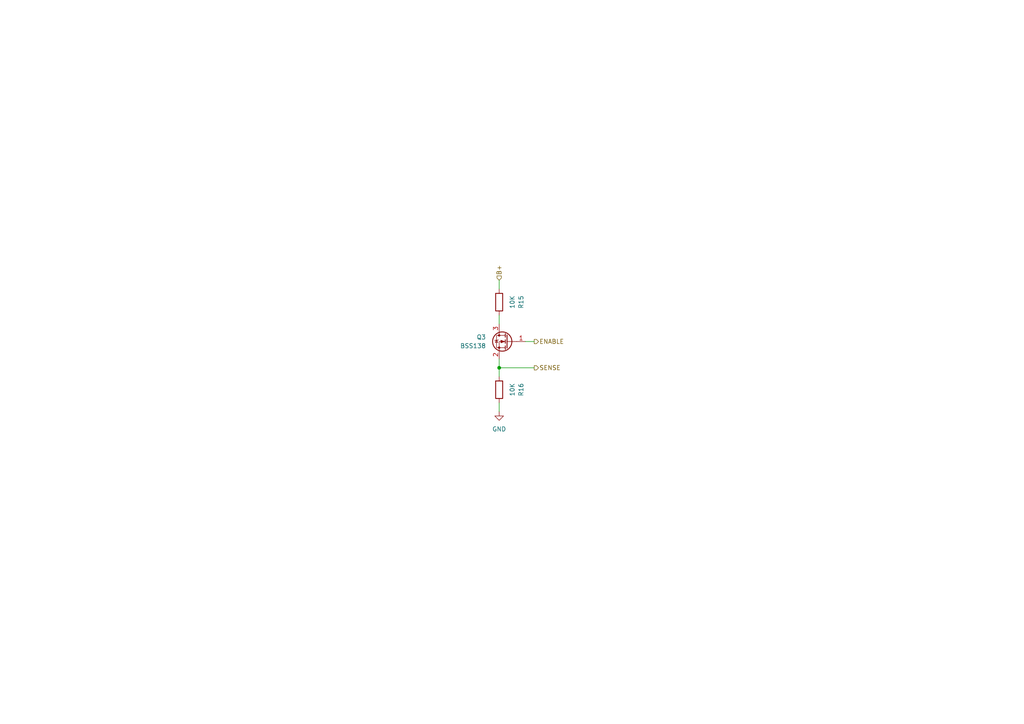
<source format=kicad_sch>
(kicad_sch (version 20231120) (generator "eeschema") (generator_version "8.0")
  (paper "A4")
  (lib_symbols
    (symbol "Device:R" (pin_numbers hide) (pin_names (offset 0))
      (property "Reference" "R" (at 2.032 0 90))
      (property "Value" "R" (at 0 0 90))
      (symbol "R_0_1"
        (rectangle (start -1.016 -2.54) (end 1.016 2.54) (stroke (width 0.254)))
      )
      (symbol "R_1_1"
        (pin passive line (at 0 3.81 270) (length 1.27) (name "~") (number "1"))
        (pin passive line (at 0 -3.81 90) (length 1.27) (name "~") (number "2"))
      )
    )
    (symbol "Transistor_FET:BSS138" (pin_names hide)
      (property "Reference" "Q" (at 5.08 1.905 0))
      (property "Value" "BSS138" (at 5.08 0 0))
      (symbol "BSS138_0_1"
        (polyline (pts (xy 0.254 0) (xy -2.54 0)))
        (polyline (pts (xy 0.254 1.905) (xy 0.254 -1.905)) (stroke (width 0.254)))
        (polyline (pts (xy 0.762 -1.27) (xy 0.762 -2.286)) (stroke (width 0.254)))
        (polyline (pts (xy 0.762 0.508) (xy 0.762 -0.508)) (stroke (width 0.254)))
        (polyline (pts (xy 0.762 2.286) (xy 0.762 1.27)) (stroke (width 0.254)))
        (polyline (pts (xy 2.54 2.54) (xy 2.54 1.778)))
        (polyline (pts (xy 2.54 -2.54) (xy 2.54 0) (xy 0.762 0)))
        (polyline (pts (xy 0.762 -1.778) (xy 3.302 -1.778) (xy 3.302 1.778) (xy 0.762 1.778)))
        (polyline (pts (xy 1.016 0) (xy 2.032 0.381) (xy 2.032 -0.381) (xy 1.016 0)) (fill (type outline)))
        (polyline (pts (xy 2.794 0.508) (xy 2.921 0.381) (xy 3.683 0.381) (xy 3.81 0.254)))
        (polyline (pts (xy 3.302 0.381) (xy 2.921 -0.254) (xy 3.683 -0.254) (xy 3.302 0.381)))
        (circle (center 1.651 0) (radius 2.794) (stroke (width 0.254)))
        (circle (center 2.54 -1.778) (radius 0.254) (fill (type outline)))
        (circle (center 2.54 1.778) (radius 0.254) (fill (type outline)))
      )
      (symbol "BSS138_1_1"
        (pin input line (at -5.08 0 0) (length 2.54) (name "G") (number "1"))
        (pin passive line (at 2.54 -5.08 90) (length 2.54) (name "S") (number "2"))
        (pin passive line (at 2.54 5.08 270) (length 2.54) (name "D") (number "3"))
      )
    )
    (symbol "power:GND" (power) (pin_numbers hide) (pin_names (offset 0) hide)
      (property "Value" "GND" (at 0 -3.81 0))
      (symbol "GND_0_1"
        (polyline (pts (xy 0 0) (xy 0 -1.27) (xy 1.27 -1.27) (xy 0 -2.54) (xy -1.27 -1.27) (xy 0 -1.27)))
      )
      (symbol "GND_1_1"
        (pin power_in line (at 0 0 270) (length 0) (name "~") (number "1"))
      )
    )
  )
  (junction (at 144.78 106.68))
  (wire (pts (xy 144.78 91.44) (xy 144.78 93.98)))
  (wire (pts (xy 144.78 81.28) (xy 144.78 83.82)))
  (wire (pts (xy 144.78 106.68) (xy 144.78 109.22)))
  (wire (pts (xy 144.78 106.68) (xy 154.94 106.68)))
  (wire (pts (xy 144.78 119.38) (xy 144.78 116.84)))
  (wire (pts (xy 152.4 99.06) (xy 154.94 99.06)))
  (wire (pts (xy 144.78 104.14) (xy 144.78 106.68)))
  (hierarchical_label "ENABLE" (shape output) (at 154.94 99.06 0))
  (hierarchical_label "B+" (shape input) (at 144.78 81.28 90))
  (hierarchical_label "SENSE" (shape output) (at 154.94 106.68 0))
  (symbol (lib_id "Transistor_FET:BSS138") (at 147.32 99.06 0) (mirror y) (unit 1)
    (property "Reference" "Q3" (at 140.97 97.7899 0) (effects (justify left)))
    (property "Value" "BSS138" (at 140.97 100.3299 0) (effects (justify left)))
    (property "Footprint" "Package_TO_SOT_SMD:SOT-23" (effects (hide yes)))
    (property "Datasheet" "https://www.onsemi.com/pub/Collateral/BSS138-D.PDF" (effects (hide yes)))
    (property "Description" "50V Vds, 0.22A Id, N-Channel MOSFET, SOT-23" (effects (hide yes)))
    (property "LCSC Part" "C7420339" (effects (hide yes)))
    (property "JLCPCB_CORRECTION" "0; 0; 180" (effects (hide yes)))
  )
  (symbol (lib_id "Device:R") (at 144.78 87.63 0) (mirror y) (unit 1)
    (property "Reference" "R15" (at 151.13 87.63 90))
    (property "Value" "10K" (at 148.59 87.63 90))
    (property "Footprint" "Resistor_SMD:R_0402_1005Metric" (effects (hide yes)))
    (property "Description" "Resistor" (effects (hide yes)))
    (property "LCSC Part" "C25744" (effects (hide yes)))
  )
  (symbol (lib_id "Device:R") (at 144.78 113.03 0) (mirror y) (unit 1)
    (property "Reference" "R16" (at 151.13 113.03 90))
    (property "Value" "10K" (at 148.59 113.03 90))
    (property "Footprint" "Resistor_SMD:R_0402_1005Metric" (effects (hide yes)))
    (property "Description" "Resistor" (effects (hide yes)))
    (property "LCSC Part" "C25744" (effects (hide yes)))
  )
  (symbol (lib_id "power:GND") (at 144.78 119.38 0) (unit 1)
    (property "Reference" "#PWR016" (effects (hide yes)))
    (property "Value" "GND" (at 144.78 124.46 0))
    (property "Description" "Power symbol creates a global label with name \"GND\" , ground" (effects (hide yes)))
  )
)
</source>
